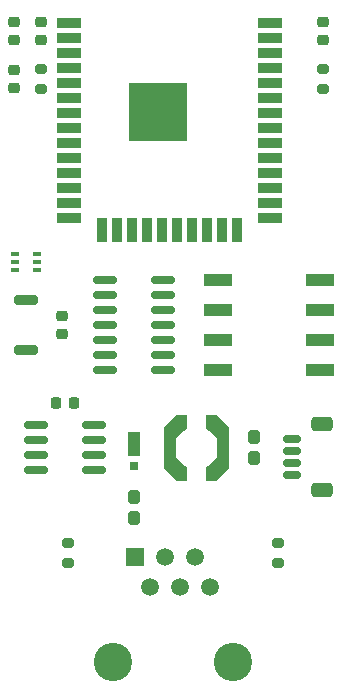
<source format=gbr>
%TF.GenerationSoftware,KiCad,Pcbnew,(6.0.0-rc1-343-g73b39e836d)*%
%TF.CreationDate,2021-12-09T15:59:47-05:00*%
%TF.ProjectId,Celestron-WiFi,43656c65-7374-4726-9f6e-2d576946692e,rev?*%
%TF.SameCoordinates,Original*%
%TF.FileFunction,Soldermask,Top*%
%TF.FilePolarity,Negative*%
%FSLAX46Y46*%
G04 Gerber Fmt 4.6, Leading zero omitted, Abs format (unit mm)*
G04 Created by KiCad (PCBNEW (6.0.0-rc1-343-g73b39e836d)) date 2021-12-09 15:59:47*
%MOMM*%
%LPD*%
G01*
G04 APERTURE LIST*
G04 Aperture macros list*
%AMRoundRect*
0 Rectangle with rounded corners*
0 $1 Rounding radius*
0 $2 $3 $4 $5 $6 $7 $8 $9 X,Y pos of 4 corners*
0 Add a 4 corners polygon primitive as box body*
4,1,4,$2,$3,$4,$5,$6,$7,$8,$9,$2,$3,0*
0 Add four circle primitives for the rounded corners*
1,1,$1+$1,$2,$3*
1,1,$1+$1,$4,$5*
1,1,$1+$1,$6,$7*
1,1,$1+$1,$8,$9*
0 Add four rect primitives between the rounded corners*
20,1,$1+$1,$2,$3,$4,$5,0*
20,1,$1+$1,$4,$5,$6,$7,0*
20,1,$1+$1,$6,$7,$8,$9,0*
20,1,$1+$1,$8,$9,$2,$3,0*%
%AMFreePoly0*
4,1,11,1.467500,1.700000,0.527500,0.844500,0.527500,-0.844500,1.467500,-1.700000,1.467500,-2.755000,0.527500,-2.755000,-0.527500,-1.700000,-0.527500,1.700000,0.527500,2.755000,1.467500,2.755000,1.467500,1.700000,1.467500,1.700000,$1*%
%AMFreePoly1*
4,1,11,0.527500,1.700000,0.527500,-1.700000,-0.527500,-2.755000,-1.467500,-2.755000,-1.467500,-1.700000,-0.527500,-0.844500,-0.527500,0.844500,-1.467500,1.700000,-1.467500,2.755000,-0.527500,2.755000,0.527500,1.700000,0.527500,1.700000,$1*%
G04 Aperture macros list end*
%ADD10RoundRect,0.200000X0.800000X-0.200000X0.800000X0.200000X-0.800000X0.200000X-0.800000X-0.200000X0*%
%ADD11RoundRect,0.150000X-0.625000X0.150000X-0.625000X-0.150000X0.625000X-0.150000X0.625000X0.150000X0*%
%ADD12RoundRect,0.250000X-0.650000X0.350000X-0.650000X-0.350000X0.650000X-0.350000X0.650000X0.350000X0*%
%ADD13R,5.000000X5.000000*%
%ADD14R,2.000000X0.900000*%
%ADD15R,0.900000X2.000000*%
%ADD16R,1.100000X2.000000*%
%ADD17R,0.800000X0.800000*%
%ADD18RoundRect,0.150000X-0.825000X-0.150000X0.825000X-0.150000X0.825000X0.150000X-0.825000X0.150000X0*%
%ADD19RoundRect,0.200000X0.275000X-0.200000X0.275000X0.200000X-0.275000X0.200000X-0.275000X-0.200000X0*%
%ADD20RoundRect,0.225000X0.250000X-0.225000X0.250000X0.225000X-0.250000X0.225000X-0.250000X-0.225000X0*%
%ADD21RoundRect,0.225000X-0.250000X0.225000X-0.250000X-0.225000X0.250000X-0.225000X0.250000X0.225000X0*%
%ADD22FreePoly0,0.000000*%
%ADD23FreePoly1,0.000000*%
%ADD24RoundRect,0.250000X-0.275000X0.312500X-0.275000X-0.312500X0.275000X-0.312500X0.275000X0.312500X0*%
%ADD25R,0.650000X0.400000*%
%ADD26RoundRect,0.200000X-0.275000X0.200000X-0.275000X-0.200000X0.275000X-0.200000X0.275000X0.200000X0*%
%ADD27RoundRect,0.218750X-0.256250X0.218750X-0.256250X-0.218750X0.256250X-0.218750X0.256250X0.218750X0*%
%ADD28R,2.440000X1.120000*%
%ADD29RoundRect,0.225000X-0.225000X-0.250000X0.225000X-0.250000X0.225000X0.250000X-0.225000X0.250000X0*%
%ADD30C,3.250000*%
%ADD31R,1.520000X1.520000*%
%ADD32C,1.520000*%
G04 APERTURE END LIST*
D10*
%TO.C,SW1*%
X113792000Y-89222000D03*
X113792000Y-85022000D03*
%TD*%
D11*
%TO.C,J1*%
X136343000Y-96798000D03*
X136343000Y-97798000D03*
X136343000Y-98798000D03*
X136343000Y-99798000D03*
D12*
X138868000Y-101098000D03*
X138868000Y-95498000D03*
%TD*%
D13*
%TO.C,U2*%
X124984000Y-69095000D03*
D14*
X134484000Y-61595000D03*
X134484000Y-62865000D03*
X134484000Y-64135000D03*
X134484000Y-65405000D03*
X134484000Y-66675000D03*
X134484000Y-67945000D03*
X134484000Y-69215000D03*
X134484000Y-70485000D03*
X134484000Y-71755000D03*
X134484000Y-73025000D03*
X134484000Y-74295000D03*
X134484000Y-75565000D03*
X134484000Y-76835000D03*
X134484000Y-78105000D03*
D15*
X131699000Y-79105000D03*
X130429000Y-79105000D03*
X129159000Y-79105000D03*
X127889000Y-79105000D03*
X126619000Y-79105000D03*
X125349000Y-79105000D03*
X124079000Y-79105000D03*
X122809000Y-79105000D03*
X121539000Y-79105000D03*
X120269000Y-79105000D03*
D14*
X117484000Y-78105000D03*
X117484000Y-76835000D03*
X117484000Y-75565000D03*
X117484000Y-74295000D03*
X117484000Y-73025000D03*
X117484000Y-71755000D03*
X117484000Y-70485000D03*
X117484000Y-69215000D03*
X117484000Y-67945000D03*
X117484000Y-66675000D03*
X117484000Y-65405000D03*
X117484000Y-64135000D03*
X117484000Y-62865000D03*
X117484000Y-61595000D03*
%TD*%
D16*
%TO.C,D1*%
X122936000Y-97194000D03*
D17*
X122936000Y-99094000D03*
%TD*%
D18*
%TO.C,U1*%
X114619000Y-95631000D03*
X114619000Y-96901000D03*
X114619000Y-98171000D03*
X114619000Y-99441000D03*
X119569000Y-99441000D03*
X119569000Y-98171000D03*
X119569000Y-96901000D03*
X119569000Y-95631000D03*
%TD*%
D19*
%TO.C,R1*%
X115062000Y-67119000D03*
X115062000Y-65469000D03*
%TD*%
D20*
%TO.C,C3*%
X112776000Y-67069000D03*
X112776000Y-65519000D03*
%TD*%
D21*
%TO.C,C2*%
X116840000Y-86347000D03*
X116840000Y-87897000D03*
%TD*%
D22*
%TO.C,L1*%
X126042500Y-97536000D03*
D23*
X130497500Y-97536000D03*
%TD*%
D24*
%TO.C,C1*%
X122936000Y-101728500D03*
X122936000Y-103503500D03*
%TD*%
D25*
%TO.C,Q1*%
X112842000Y-81138000D03*
X112842000Y-81788000D03*
X112842000Y-82438000D03*
X114742000Y-82438000D03*
X114742000Y-81788000D03*
X114742000Y-81138000D03*
%TD*%
D26*
%TO.C,R3*%
X135128000Y-105601000D03*
X135128000Y-107251000D03*
%TD*%
%TO.C,R4*%
X117348000Y-105601000D03*
X117348000Y-107251000D03*
%TD*%
D27*
%TO.C,D2*%
X138938000Y-61442500D03*
X138938000Y-63017500D03*
%TD*%
D21*
%TO.C,C7*%
X115062000Y-61455000D03*
X115062000Y-63005000D03*
%TD*%
D18*
%TO.C,U3*%
X120461000Y-83312000D03*
X120461000Y-84582000D03*
X120461000Y-85852000D03*
X120461000Y-87122000D03*
X120461000Y-88392000D03*
X120461000Y-89662000D03*
X120461000Y-90932000D03*
X125411000Y-90932000D03*
X125411000Y-89662000D03*
X125411000Y-88392000D03*
X125411000Y-87122000D03*
X125411000Y-85852000D03*
X125411000Y-84582000D03*
X125411000Y-83312000D03*
%TD*%
D28*
%TO.C,SW2*%
X130061000Y-83312000D03*
X130061000Y-85852000D03*
X130061000Y-88392000D03*
X130061000Y-90932000D03*
X138671000Y-90932000D03*
X138671000Y-88392000D03*
X138671000Y-85852000D03*
X138671000Y-83312000D03*
%TD*%
D24*
%TO.C,C5*%
X133096000Y-96648500D03*
X133096000Y-98423500D03*
%TD*%
D29*
%TO.C,C4*%
X116319000Y-93726000D03*
X117869000Y-93726000D03*
%TD*%
D21*
%TO.C,C6*%
X112776000Y-61455000D03*
X112776000Y-63005000D03*
%TD*%
D19*
%TO.C,R2*%
X138938000Y-67119000D03*
X138938000Y-65469000D03*
%TD*%
D30*
%TO.C,J2*%
X121158004Y-115673988D03*
X131318004Y-115673988D03*
D31*
X123068004Y-106783988D03*
D32*
X124338004Y-109323988D03*
X125608004Y-106783988D03*
X126878004Y-109323988D03*
X128148004Y-106783988D03*
X129418004Y-109323988D03*
%TD*%
M02*

</source>
